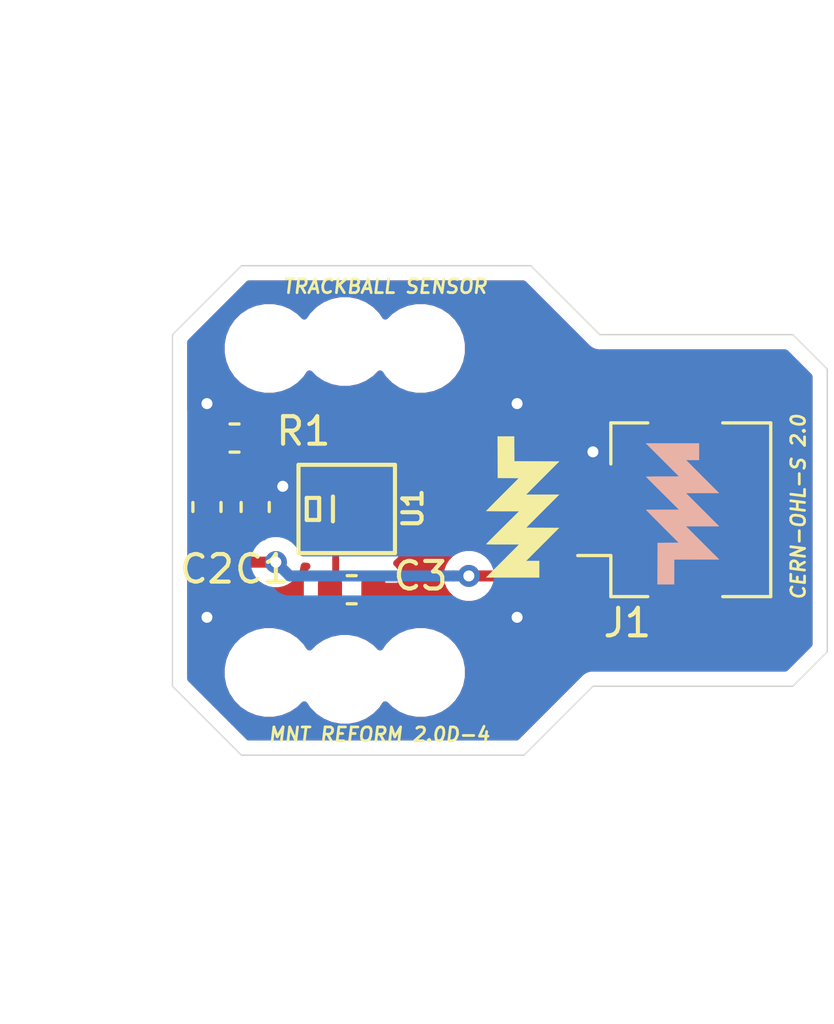
<source format=kicad_pcb>
(kicad_pcb (version 20171130) (host pcbnew 5.1.5+dfsg1-2+b1)

  (general
    (thickness 1)
    (drawings 17)
    (tracks 49)
    (zones 0)
    (modules 14)
    (nets 10)
  )

  (page A4)
  (layers
    (0 F.Cu signal)
    (31 B.Cu signal)
    (32 B.Adhes user)
    (33 F.Adhes user)
    (34 B.Paste user)
    (35 F.Paste user)
    (36 B.SilkS user)
    (37 F.SilkS user)
    (38 B.Mask user)
    (39 F.Mask user)
    (40 Dwgs.User user)
    (41 Cmts.User user)
    (42 Eco1.User user)
    (43 Eco2.User user)
    (44 Edge.Cuts user)
    (45 Margin user)
    (46 B.CrtYd user)
    (47 F.CrtYd user)
    (48 B.Fab user hide)
    (49 F.Fab user hide)
  )

  (setup
    (last_trace_width 0.25)
    (trace_clearance 0.2)
    (zone_clearance 0.508)
    (zone_45_only no)
    (trace_min 0.2)
    (via_size 0.8)
    (via_drill 0.4)
    (via_min_size 0.4)
    (via_min_drill 0.3)
    (uvia_size 0.3)
    (uvia_drill 0.1)
    (uvias_allowed no)
    (uvia_min_size 0.2)
    (uvia_min_drill 0.1)
    (edge_width 0.05)
    (segment_width 0.2)
    (pcb_text_width 0.3)
    (pcb_text_size 1.5 1.5)
    (mod_edge_width 0.12)
    (mod_text_size 1 1)
    (mod_text_width 0.15)
    (pad_size 1.524 1.524)
    (pad_drill 0.762)
    (pad_to_mask_clearance 0.051)
    (solder_mask_min_width 0.25)
    (aux_axis_origin 0 0)
    (visible_elements FFFFFF7F)
    (pcbplotparams
      (layerselection 0x010fc_ffffffff)
      (usegerberextensions false)
      (usegerberattributes true)
      (usegerberadvancedattributes false)
      (creategerberjobfile false)
      (excludeedgelayer true)
      (linewidth 0.100000)
      (plotframeref false)
      (viasonmask false)
      (mode 1)
      (useauxorigin false)
      (hpglpennumber 1)
      (hpglpenspeed 20)
      (hpglpendiameter 15.000000)
      (psnegative false)
      (psa4output false)
      (plotreference true)
      (plotvalue false)
      (plotinvisibletext false)
      (padsonsilk false)
      (subtractmaskfromsilk false)
      (outputformat 1)
      (mirror false)
      (drillshape 0)
      (scaleselection 1)
      (outputdirectory "reform2-trackball-sensor-d3/"))
  )

  (net 0 "")
  (net 1 GND)
  (net 2 +3V3)
  (net 3 "Net-(C3-Pad1)")
  (net 4 /MOTION)
  (net 5 /SDA)
  (net 6 /SCL)
  (net 7 "Net-(R1-Pad2)")
  (net 8 "Net-(U1-Pad9)")
  (net 9 "Net-(J1-Pad2)")

  (net_class Default "This is the default net class."
    (clearance 0.2)
    (trace_width 0.25)
    (via_dia 0.8)
    (via_drill 0.4)
    (uvia_dia 0.3)
    (uvia_drill 0.1)
    (add_net /MOTION)
    (add_net /SCL)
    (add_net /SDA)
    (add_net "Net-(C3-Pad1)")
    (add_net "Net-(J1-Pad2)")
    (add_net "Net-(R1-Pad2)")
    (add_net "Net-(U1-Pad9)")
  )

  (net_class PWR ""
    (clearance 0.2)
    (trace_width 0.4)
    (via_dia 0.8)
    (via_drill 0.4)
    (uvia_dia 0.3)
    (uvia_drill 0.1)
    (add_net +3V3)
    (add_net GND)
  )

  (module Connector_FFC-FPC:Hirose_FH12-6S-0.5SH_1x06-1MP_P0.50mm_Horizontal (layer F.Cu) (tedit 5AEE0F8A) (tstamp 5E56AAB1)
    (at 160.7 81.6 90)
    (descr "Molex FH12, FFC/FPC connector, FH12-6S-0.5SH, 6 Pins per row (https://www.hirose.com/product/en/products/FH12/FH12-24S-0.5SH(55)/), generated with kicad-footprint-generator")
    (tags "connector Hirose  top entry")
    (path /5D1E2C79)
    (attr smd)
    (fp_text reference J1 (at -4.1 -0.7 180) (layer F.SilkS)
      (effects (font (size 1 1) (thickness 0.15)))
    )
    (fp_text value Conn_01x06_Male (at 0 5.6 90) (layer F.Fab)
      (effects (font (size 1 1) (thickness 0.15)))
    )
    (fp_text user %R (at 0 3.7 90) (layer F.Fab)
      (effects (font (size 1 1) (thickness 0.15)))
    )
    (fp_line (start 4.55 -3) (end -4.55 -3) (layer F.CrtYd) (width 0.05))
    (fp_line (start 4.55 4.9) (end 4.55 -3) (layer F.CrtYd) (width 0.05))
    (fp_line (start -4.55 4.9) (end 4.55 4.9) (layer F.CrtYd) (width 0.05))
    (fp_line (start -4.55 -3) (end -4.55 4.9) (layer F.CrtYd) (width 0.05))
    (fp_line (start -1.25 -0.492893) (end -0.75 -1.2) (layer F.Fab) (width 0.1))
    (fp_line (start -1.75 -1.2) (end -1.25 -0.492893) (layer F.Fab) (width 0.1))
    (fp_line (start -1.66 -1.3) (end -1.66 -2.5) (layer F.SilkS) (width 0.12))
    (fp_line (start 3.15 4.5) (end 3.15 2.76) (layer F.SilkS) (width 0.12))
    (fp_line (start -3.15 4.5) (end 3.15 4.5) (layer F.SilkS) (width 0.12))
    (fp_line (start -3.15 2.76) (end -3.15 4.5) (layer F.SilkS) (width 0.12))
    (fp_line (start 3.15 -1.3) (end 3.15 0.04) (layer F.SilkS) (width 0.12))
    (fp_line (start 1.66 -1.3) (end 3.15 -1.3) (layer F.SilkS) (width 0.12))
    (fp_line (start -3.15 -1.3) (end -3.15 0.04) (layer F.SilkS) (width 0.12))
    (fp_line (start -1.66 -1.3) (end -3.15 -1.3) (layer F.SilkS) (width 0.12))
    (fp_line (start 2.95 4.4) (end 0 4.4) (layer F.Fab) (width 0.1))
    (fp_line (start 2.95 3.7) (end 2.95 4.4) (layer F.Fab) (width 0.1))
    (fp_line (start 2.45 3.7) (end 2.95 3.7) (layer F.Fab) (width 0.1))
    (fp_line (start 2.45 3.4) (end 2.45 3.7) (layer F.Fab) (width 0.1))
    (fp_line (start 3.05 3.4) (end 2.45 3.4) (layer F.Fab) (width 0.1))
    (fp_line (start 3.05 -1.2) (end 3.05 3.4) (layer F.Fab) (width 0.1))
    (fp_line (start 0 -1.2) (end 3.05 -1.2) (layer F.Fab) (width 0.1))
    (fp_line (start -2.95 4.4) (end 0 4.4) (layer F.Fab) (width 0.1))
    (fp_line (start -2.95 3.7) (end -2.95 4.4) (layer F.Fab) (width 0.1))
    (fp_line (start -2.45 3.7) (end -2.95 3.7) (layer F.Fab) (width 0.1))
    (fp_line (start -2.45 3.4) (end -2.45 3.7) (layer F.Fab) (width 0.1))
    (fp_line (start -3.05 3.4) (end -2.45 3.4) (layer F.Fab) (width 0.1))
    (fp_line (start -3.05 -1.2) (end -3.05 3.4) (layer F.Fab) (width 0.1))
    (fp_line (start 0 -1.2) (end -3.05 -1.2) (layer F.Fab) (width 0.1))
    (pad 6 smd rect (at 1.25 -1.85 90) (size 0.3 1.3) (layers F.Cu F.Paste F.Mask)
      (net 1 GND))
    (pad 5 smd rect (at 0.75 -1.85 90) (size 0.3 1.3) (layers F.Cu F.Paste F.Mask)
      (net 4 /MOTION))
    (pad 4 smd rect (at 0.25 -1.85 90) (size 0.3 1.3) (layers F.Cu F.Paste F.Mask)
      (net 5 /SDA))
    (pad 3 smd rect (at -0.25 -1.85 90) (size 0.3 1.3) (layers F.Cu F.Paste F.Mask)
      (net 6 /SCL))
    (pad 2 smd rect (at -0.75 -1.85 90) (size 0.3 1.3) (layers F.Cu F.Paste F.Mask)
      (net 9 "Net-(J1-Pad2)"))
    (pad 1 smd rect (at -1.25 -1.85 90) (size 0.3 1.3) (layers F.Cu F.Paste F.Mask)
      (net 2 +3V3))
    (pad MP smd rect (at -3.15 1.4 90) (size 1.8 2.2) (layers F.Cu F.Paste F.Mask))
    (pad MP smd rect (at 3.15 1.4 90) (size 1.8 2.2) (layers F.Cu F.Paste F.Mask))
    (model ${KISYS3DMOD}/Connector_FFC-FPC.3dshapes/Hirose_FH12-6S-0.5SH_1x06-1MP_P0.50mm_Horizontal.wrl
      (at (xyz 0 0 0))
      (scale (xyz 1 1 1))
      (rotate (xyz 0 0 0))
    )
  )

  (module footprints:mnt-minilogo (layer F.Cu) (tedit 0) (tstamp 5E55C783)
    (at 156.2 81.5 90)
    (path /5E56C47F)
    (fp_text reference H7 (at 0 0 90) (layer F.SilkS) hide
      (effects (font (size 1.524 1.524) (thickness 0.3)))
    )
    (fp_text value LOGO (at 0.75 0 90) (layer F.SilkS) hide
      (effects (font (size 1.524 1.524) (thickness 0.3)))
    )
    (fp_poly (pts (xy -1.9558 -0.7239) (xy -1.354667 -0.122811) (xy -1.354667 -0.721806) (xy -1.354561 -0.829796)
      (xy -1.354254 -0.929905) (xy -1.353758 -1.021054) (xy -1.353088 -1.102165) (xy -1.352258 -1.172162)
      (xy -1.35128 -1.229967) (xy -1.350169 -1.274502) (xy -1.348939 -1.30469) (xy -1.347603 -1.319454)
      (xy -1.347041 -1.3208) (xy -1.340135 -1.314917) (xy -1.322129 -1.297806) (xy -1.293837 -1.270277)
      (xy -1.256071 -1.233136) (xy -1.209644 -1.187193) (xy -1.155367 -1.133255) (xy -1.094054 -1.072132)
      (xy -1.026517 -1.00463) (xy -0.953568 -0.931558) (xy -0.87602 -0.853725) (xy -0.794685 -0.771938)
      (xy -0.745908 -0.722819) (xy -0.1524 -0.124838) (xy -0.1524 -0.722819) (xy -0.152312 -0.821758)
      (xy -0.152058 -0.915585) (xy -0.151652 -1.002952) (xy -0.151109 -1.08251) (xy -0.150444 -1.152909)
      (xy -0.149669 -1.212802) (xy -0.1488 -1.260839) (xy -0.147852 -1.295671) (xy -0.146838 -1.31595)
      (xy -0.146027 -1.3208) (xy -0.139274 -1.31494) (xy -0.121377 -1.297899) (xy -0.093153 -1.270483)
      (xy -0.055417 -1.2335) (xy -0.008984 -1.187757) (xy 0.045328 -1.134061) (xy 0.106706 -1.073219)
      (xy 0.174333 -1.006037) (xy 0.247393 -0.933323) (xy 0.325071 -0.855885) (xy 0.406551 -0.774528)
      (xy 0.45299 -0.728105) (xy 1.045634 -0.135411) (xy 1.049867 -0.518555) (xy 1.0541 -0.9017)
      (xy 1.805517 -0.903862) (xy 2.556934 -0.906025) (xy 2.556934 -0.304948) (xy 1.655234 -0.300566)
      (xy 1.653074 0.512168) (xy 1.650914 1.324903) (xy 1.049824 0.723857) (xy 0.448733 0.122812)
      (xy 0.448733 1.324989) (xy -0.152342 0.723958) (xy -0.753418 0.122926) (xy -0.755592 0.721872)
      (xy -0.757766 1.320817) (xy -1.356783 0.7218) (xy -1.9558 0.122782) (xy -1.9558 0.601133)
      (xy -2.556933 0.601133) (xy -2.556933 -1.324988) (xy -1.9558 -0.7239)) (layer F.SilkS) (width 0.01))
  )

  (module footprints:mnt-minilogo (layer B.Cu) (tedit 0) (tstamp 5E55B0D6)
    (at 162 81.75 270)
    (path /5E56C48B)
    (fp_text reference H8 (at 0 0 270) (layer B.SilkS) hide
      (effects (font (size 1.524 1.524) (thickness 0.3)) (justify mirror))
    )
    (fp_text value LOGO (at 0.75 0 270) (layer B.SilkS) hide
      (effects (font (size 1.524 1.524) (thickness 0.3)) (justify mirror))
    )
    (fp_poly (pts (xy -1.9558 0.7239) (xy -1.354667 0.122811) (xy -1.354667 0.721806) (xy -1.354561 0.829796)
      (xy -1.354254 0.929905) (xy -1.353758 1.021054) (xy -1.353088 1.102165) (xy -1.352258 1.172162)
      (xy -1.35128 1.229967) (xy -1.350169 1.274502) (xy -1.348939 1.30469) (xy -1.347603 1.319454)
      (xy -1.347041 1.3208) (xy -1.340135 1.314917) (xy -1.322129 1.297806) (xy -1.293837 1.270277)
      (xy -1.256071 1.233136) (xy -1.209644 1.187193) (xy -1.155367 1.133255) (xy -1.094054 1.072132)
      (xy -1.026517 1.00463) (xy -0.953568 0.931558) (xy -0.87602 0.853725) (xy -0.794685 0.771938)
      (xy -0.745908 0.722819) (xy -0.1524 0.124838) (xy -0.1524 0.722819) (xy -0.152312 0.821758)
      (xy -0.152058 0.915585) (xy -0.151652 1.002952) (xy -0.151109 1.08251) (xy -0.150444 1.152909)
      (xy -0.149669 1.212802) (xy -0.1488 1.260839) (xy -0.147852 1.295671) (xy -0.146838 1.31595)
      (xy -0.146027 1.3208) (xy -0.139274 1.31494) (xy -0.121377 1.297899) (xy -0.093153 1.270483)
      (xy -0.055417 1.2335) (xy -0.008984 1.187757) (xy 0.045328 1.134061) (xy 0.106706 1.073219)
      (xy 0.174333 1.006037) (xy 0.247393 0.933323) (xy 0.325071 0.855885) (xy 0.406551 0.774528)
      (xy 0.45299 0.728105) (xy 1.045634 0.135411) (xy 1.049867 0.518555) (xy 1.0541 0.9017)
      (xy 1.805517 0.903862) (xy 2.556934 0.906025) (xy 2.556934 0.304948) (xy 1.655234 0.300566)
      (xy 1.653074 -0.512168) (xy 1.650914 -1.324903) (xy 1.049824 -0.723857) (xy 0.448733 -0.122812)
      (xy 0.448733 -1.324989) (xy -0.152342 -0.723958) (xy -0.753418 -0.122926) (xy -0.755592 -0.721872)
      (xy -0.757766 -1.320817) (xy -1.356783 -0.7218) (xy -1.9558 -0.122782) (xy -1.9558 -0.601133)
      (xy -2.556933 -0.601133) (xy -2.556933 1.324988) (xy -1.9558 0.7239)) (layer B.SilkS) (width 0.01))
  )

  (module MountingHole:MountingHole_2.2mm_M2 (layer F.Cu) (tedit 56D1B4CB) (tstamp 5E4D4CC0)
    (at 147 87.5)
    (descr "Mounting Hole 2.2mm, no annular, M2")
    (tags "mounting hole 2.2mm no annular m2")
    (path /5E56B958)
    (attr virtual)
    (fp_text reference H4 (at 0 -3.2) (layer F.SilkS) hide
      (effects (font (size 1 1) (thickness 0.15)))
    )
    (fp_text value MountingHole (at 0 3.2) (layer F.Fab)
      (effects (font (size 1 1) (thickness 0.15)))
    )
    (fp_circle (center 0 0) (end 2.45 0) (layer F.CrtYd) (width 0.05))
    (fp_circle (center 0 0) (end 2.2 0) (layer Cmts.User) (width 0.15))
    (fp_text user %R (at 0.3 0) (layer F.Fab)
      (effects (font (size 1 1) (thickness 0.15)))
    )
    (pad 1 np_thru_hole circle (at 0 0) (size 2.2 2.2) (drill 2.2) (layers *.Cu *.Mask))
  )

  (module MountingHole:MountingHole_2.2mm_M2 (layer F.Cu) (tedit 56D1B4CB) (tstamp 5E4D4CB0)
    (at 152.5 87.5)
    (descr "Mounting Hole 2.2mm, no annular, M2")
    (tags "mounting hole 2.2mm no annular m2")
    (path /5E56C473)
    (attr virtual)
    (fp_text reference H6 (at 0 -3.2) (layer F.SilkS) hide
      (effects (font (size 1 1) (thickness 0.15)))
    )
    (fp_text value MountingHole (at 0 3.2) (layer F.Fab)
      (effects (font (size 1 1) (thickness 0.15)))
    )
    (fp_text user %R (at 0.3 0) (layer F.Fab)
      (effects (font (size 1 1) (thickness 0.15)))
    )
    (fp_circle (center 0 0) (end 2.2 0) (layer Cmts.User) (width 0.15))
    (fp_circle (center 0 0) (end 2.45 0) (layer F.CrtYd) (width 0.05))
    (pad 1 np_thru_hole circle (at 0 0) (size 2.2 2.2) (drill 2.2) (layers *.Cu *.Mask))
  )

  (module MountingHole:MountingHole_2.2mm_M2 (layer F.Cu) (tedit 56D1B4CB) (tstamp 5E4D4C7C)
    (at 147 75.75)
    (descr "Mounting Hole 2.2mm, no annular, M2")
    (tags "mounting hole 2.2mm no annular m2")
    (path /5D1F454C)
    (attr virtual)
    (fp_text reference H1 (at 0 -3.2) (layer F.SilkS) hide
      (effects (font (size 1 1) (thickness 0.15)))
    )
    (fp_text value MountingHole (at 0 3.2) (layer F.Fab)
      (effects (font (size 1 1) (thickness 0.15)))
    )
    (fp_circle (center 0 0) (end 2.45 0) (layer F.CrtYd) (width 0.05))
    (fp_circle (center 0 0) (end 2.2 0) (layer Cmts.User) (width 0.15))
    (fp_text user %R (at 0.3 0) (layer F.Fab)
      (effects (font (size 1 1) (thickness 0.15)))
    )
    (pad 1 np_thru_hole circle (at 0 0) (size 2.2 2.2) (drill 2.2) (layers *.Cu *.Mask))
  )

  (module MountingHole:MountingHole_2.2mm_M2 (layer F.Cu) (tedit 56D1B4CB) (tstamp 5E4D4C6E)
    (at 152.5 75.75)
    (descr "Mounting Hole 2.2mm, no annular, M2")
    (tags "mounting hole 2.2mm no annular m2")
    (path /5E56B94C)
    (attr virtual)
    (fp_text reference H3 (at 0 -3.2) (layer F.SilkS) hide
      (effects (font (size 1 1) (thickness 0.15)))
    )
    (fp_text value MountingHole (at 0 3.2) (layer F.Fab)
      (effects (font (size 1 1) (thickness 0.15)))
    )
    (fp_text user %R (at 0.3 0) (layer F.Fab)
      (effects (font (size 1 1) (thickness 0.15)))
    )
    (fp_circle (center 0 0) (end 2.2 0) (layer Cmts.User) (width 0.15))
    (fp_circle (center 0 0) (end 2.45 0) (layer F.CrtYd) (width 0.05))
    (pad 1 np_thru_hole circle (at 0 0) (size 2.2 2.2) (drill 2.2) (layers *.Cu *.Mask))
  )

  (module MountingHole:MountingHole_2.2mm_M2 (layer F.Cu) (tedit 56D1B4CB) (tstamp 5D1E7460)
    (at 149.75 87.75)
    (descr "Mounting Hole 2.2mm, no annular, M2")
    (tags "mounting hole 2.2mm no annular m2")
    (path /5E56C467)
    (attr virtual)
    (fp_text reference H5 (at 0 -3.2) (layer F.SilkS) hide
      (effects (font (size 1 1) (thickness 0.15)))
    )
    (fp_text value MountingHole (at 0 3.2) (layer F.Fab)
      (effects (font (size 1 1) (thickness 0.15)))
    )
    (fp_circle (center 0 0) (end 2.45 0) (layer F.CrtYd) (width 0.05))
    (fp_circle (center 0 0) (end 2.2 0) (layer Cmts.User) (width 0.15))
    (fp_text user %R (at 0.3 0) (layer F.Fab)
      (effects (font (size 1 1) (thickness 0.15)))
    )
    (pad 1 np_thru_hole circle (at 0 0) (size 2.2 2.2) (drill 2.2) (layers *.Cu *.Mask))
  )

  (module MountingHole:MountingHole_2.2mm_M2 (layer F.Cu) (tedit 56D1B4CB) (tstamp 5D1E7458)
    (at 149.75 75.5)
    (descr "Mounting Hole 2.2mm, no annular, M2")
    (tags "mounting hole 2.2mm no annular m2")
    (path /5D1F4742)
    (attr virtual)
    (fp_text reference H2 (at 0 -3.2) (layer F.SilkS) hide
      (effects (font (size 1 1) (thickness 0.15)))
    )
    (fp_text value MountingHole (at 0 3.2) (layer F.Fab)
      (effects (font (size 1 1) (thickness 0.15)))
    )
    (fp_circle (center 0 0) (end 2.45 0) (layer F.CrtYd) (width 0.05))
    (fp_circle (center 0 0) (end 2.2 0) (layer Cmts.User) (width 0.15))
    (fp_text user %R (at 0.3 0) (layer F.Fab)
      (effects (font (size 1 1) (thickness 0.15)))
    )
    (pad 1 np_thru_hole circle (at 0 0) (size 2.2 2.2) (drill 2.2) (layers *.Cu *.Mask))
  )

  (module pat9125el:PAT9125EL (layer F.Cu) (tedit 595117B6) (tstamp 5D1E61F4)
    (at 149.82 81.57)
    (path /5D1E2528)
    (attr smd)
    (fp_text reference U1 (at 2.398 -0.014 90) (layer F.SilkS)
      (effects (font (size 0.7 0.7) (thickness 0.15)))
    )
    (fp_text value PAT9125EL (at 0 -2.3) (layer F.Fab)
      (effects (font (size 0.7 0.7) (thickness 0.15)))
    )
    (fp_line (start -0.5 -0.45) (end -0.5 0.45) (layer F.SilkS) (width 0.15))
    (fp_line (start -1 -0.4) (end -1.45 -0.4) (layer F.SilkS) (width 0.15))
    (fp_line (start -1 0.4) (end -1 -0.4) (layer F.SilkS) (width 0.15))
    (fp_line (start -1.45 0.4) (end -1 0.4) (layer F.SilkS) (width 0.15))
    (fp_line (start -1.45 -0.4) (end -1.45 0.4) (layer F.SilkS) (width 0.15))
    (fp_line (start -1.75 1.6) (end -1.75 -1.6) (layer F.SilkS) (width 0.15))
    (fp_line (start 1.75 1.6) (end -1.75 1.6) (layer F.SilkS) (width 0.15))
    (fp_line (start 1.75 -1.6) (end 1.75 1.6) (layer F.SilkS) (width 0.15))
    (fp_line (start -1.75 -1.6) (end 1.75 -1.6) (layer F.SilkS) (width 0.15))
    (pad 1 smd rect (at -1.2 1.065) (size 0.5 0.75) (layers F.Cu F.Paste F.Mask)
      (net 2 +3V3))
    (pad 2 smd rect (at -0.4 1.065) (size 0.5 0.75) (layers F.Cu F.Paste F.Mask)
      (net 3 "Net-(C3-Pad1)"))
    (pad 3 smd rect (at 0.4 1.065) (size 0.5 0.75) (layers F.Cu F.Paste F.Mask)
      (net 2 +3V3))
    (pad 4 smd rect (at 1.2 1.065) (size 0.5 0.75) (layers F.Cu F.Paste F.Mask)
      (net 1 GND))
    (pad 5 smd rect (at 1.2 -1.065) (size 0.5 0.75) (layers F.Cu F.Paste F.Mask)
      (net 6 /SCL))
    (pad 6 smd rect (at 0.4 -1.065) (size 0.5 0.75) (layers F.Cu F.Paste F.Mask)
      (net 5 /SDA))
    (pad 7 smd rect (at -0.4 -1.065) (size 0.5 0.75) (layers F.Cu F.Paste F.Mask)
      (net 4 /MOTION))
    (pad 8 smd rect (at -1.2 -1.065) (size 0.5 0.75) (layers F.Cu F.Paste F.Mask)
      (net 7 "Net-(R1-Pad2)"))
    (pad 9 smd circle (at 1.15 0) (size 0.69 0.69) (layers F.Cu F.Paste F.Mask)
      (net 8 "Net-(U1-Pad9)"))
    (model ${KIPRJMOD}/3d-models/PAT9125Package.STEP
      (at (xyz 0 0 0))
      (scale (xyz 1 1 1))
      (rotate (xyz 0 0 0))
    )
  )

  (module Resistor_SMD:R_0603_1608Metric (layer F.Cu) (tedit 5B301BBD) (tstamp 5D1E64E7)
    (at 145.75 79)
    (descr "Resistor SMD 0603 (1608 Metric), square (rectangular) end terminal, IPC_7351 nominal, (Body size source: http://www.tortai-tech.com/upload/download/2011102023233369053.pdf), generated with kicad-footprint-generator")
    (tags resistor)
    (path /5D1E6137)
    (attr smd)
    (fp_text reference R1 (at 2.5 -0.25) (layer F.SilkS)
      (effects (font (size 1 1) (thickness 0.15)))
    )
    (fp_text value 0 (at 0 1.43) (layer F.Fab)
      (effects (font (size 1 1) (thickness 0.15)))
    )
    (fp_text user %R (at 0 0) (layer F.Fab)
      (effects (font (size 0.4 0.4) (thickness 0.06)))
    )
    (fp_line (start 1.48 0.73) (end -1.48 0.73) (layer F.CrtYd) (width 0.05))
    (fp_line (start 1.48 -0.73) (end 1.48 0.73) (layer F.CrtYd) (width 0.05))
    (fp_line (start -1.48 -0.73) (end 1.48 -0.73) (layer F.CrtYd) (width 0.05))
    (fp_line (start -1.48 0.73) (end -1.48 -0.73) (layer F.CrtYd) (width 0.05))
    (fp_line (start -0.162779 0.51) (end 0.162779 0.51) (layer F.SilkS) (width 0.12))
    (fp_line (start -0.162779 -0.51) (end 0.162779 -0.51) (layer F.SilkS) (width 0.12))
    (fp_line (start 0.8 0.4) (end -0.8 0.4) (layer F.Fab) (width 0.1))
    (fp_line (start 0.8 -0.4) (end 0.8 0.4) (layer F.Fab) (width 0.1))
    (fp_line (start -0.8 -0.4) (end 0.8 -0.4) (layer F.Fab) (width 0.1))
    (fp_line (start -0.8 0.4) (end -0.8 -0.4) (layer F.Fab) (width 0.1))
    (pad 2 smd roundrect (at 0.7875 0) (size 0.875 0.95) (layers F.Cu F.Paste F.Mask) (roundrect_rratio 0.25)
      (net 7 "Net-(R1-Pad2)"))
    (pad 1 smd roundrect (at -0.7875 0) (size 0.875 0.95) (layers F.Cu F.Paste F.Mask) (roundrect_rratio 0.25)
      (net 1 GND))
    (model ${KISYS3DMOD}/Resistor_SMD.3dshapes/R_0603_1608Metric.wrl
      (at (xyz 0 0 0))
      (scale (xyz 1 1 1))
      (rotate (xyz 0 0 0))
    )
  )

  (module Capacitor_SMD:C_0603_1608Metric (layer F.Cu) (tedit 5B301BBE) (tstamp 5D1E6173)
    (at 150 84.5)
    (descr "Capacitor SMD 0603 (1608 Metric), square (rectangular) end terminal, IPC_7351 nominal, (Body size source: http://www.tortai-tech.com/upload/download/2011102023233369053.pdf), generated with kicad-footprint-generator")
    (tags capacitor)
    (path /5D1E5B12)
    (attr smd)
    (fp_text reference C3 (at 2.5 -0.5 180) (layer F.SilkS)
      (effects (font (size 1 1) (thickness 0.15)))
    )
    (fp_text value 10uF (at 0 1.43) (layer F.Fab)
      (effects (font (size 1 1) (thickness 0.15)))
    )
    (fp_text user %R (at 0 0) (layer F.Fab)
      (effects (font (size 0.4 0.4) (thickness 0.06)))
    )
    (fp_line (start 1.48 0.73) (end -1.48 0.73) (layer F.CrtYd) (width 0.05))
    (fp_line (start 1.48 -0.73) (end 1.48 0.73) (layer F.CrtYd) (width 0.05))
    (fp_line (start -1.48 -0.73) (end 1.48 -0.73) (layer F.CrtYd) (width 0.05))
    (fp_line (start -1.48 0.73) (end -1.48 -0.73) (layer F.CrtYd) (width 0.05))
    (fp_line (start -0.162779 0.51) (end 0.162779 0.51) (layer F.SilkS) (width 0.12))
    (fp_line (start -0.162779 -0.51) (end 0.162779 -0.51) (layer F.SilkS) (width 0.12))
    (fp_line (start 0.8 0.4) (end -0.8 0.4) (layer F.Fab) (width 0.1))
    (fp_line (start 0.8 -0.4) (end 0.8 0.4) (layer F.Fab) (width 0.1))
    (fp_line (start -0.8 -0.4) (end 0.8 -0.4) (layer F.Fab) (width 0.1))
    (fp_line (start -0.8 0.4) (end -0.8 -0.4) (layer F.Fab) (width 0.1))
    (pad 2 smd roundrect (at 0.7875 0) (size 0.875 0.95) (layers F.Cu F.Paste F.Mask) (roundrect_rratio 0.25)
      (net 1 GND))
    (pad 1 smd roundrect (at -0.7875 0) (size 0.875 0.95) (layers F.Cu F.Paste F.Mask) (roundrect_rratio 0.25)
      (net 3 "Net-(C3-Pad1)"))
    (model ${KISYS3DMOD}/Capacitor_SMD.3dshapes/C_0603_1608Metric.wrl
      (at (xyz 0 0 0))
      (scale (xyz 1 1 1))
      (rotate (xyz 0 0 0))
    )
  )

  (module Capacitor_SMD:C_0603_1608Metric (layer F.Cu) (tedit 5B301BBE) (tstamp 5D1E6162)
    (at 144.75 81.5 90)
    (descr "Capacitor SMD 0603 (1608 Metric), square (rectangular) end terminal, IPC_7351 nominal, (Body size source: http://www.tortai-tech.com/upload/download/2011102023233369053.pdf), generated with kicad-footprint-generator")
    (tags capacitor)
    (path /5D1E57A3)
    (attr smd)
    (fp_text reference C2 (at -2.25 0 180) (layer F.SilkS)
      (effects (font (size 1 1) (thickness 0.15)))
    )
    (fp_text value 0.1uF (at 0 1.43 90) (layer F.Fab)
      (effects (font (size 1 1) (thickness 0.15)))
    )
    (fp_text user %R (at 0 0 90) (layer F.Fab)
      (effects (font (size 0.4 0.4) (thickness 0.06)))
    )
    (fp_line (start 1.48 0.73) (end -1.48 0.73) (layer F.CrtYd) (width 0.05))
    (fp_line (start 1.48 -0.73) (end 1.48 0.73) (layer F.CrtYd) (width 0.05))
    (fp_line (start -1.48 -0.73) (end 1.48 -0.73) (layer F.CrtYd) (width 0.05))
    (fp_line (start -1.48 0.73) (end -1.48 -0.73) (layer F.CrtYd) (width 0.05))
    (fp_line (start -0.162779 0.51) (end 0.162779 0.51) (layer F.SilkS) (width 0.12))
    (fp_line (start -0.162779 -0.51) (end 0.162779 -0.51) (layer F.SilkS) (width 0.12))
    (fp_line (start 0.8 0.4) (end -0.8 0.4) (layer F.Fab) (width 0.1))
    (fp_line (start 0.8 -0.4) (end 0.8 0.4) (layer F.Fab) (width 0.1))
    (fp_line (start -0.8 -0.4) (end 0.8 -0.4) (layer F.Fab) (width 0.1))
    (fp_line (start -0.8 0.4) (end -0.8 -0.4) (layer F.Fab) (width 0.1))
    (pad 2 smd roundrect (at 0.7875 0 90) (size 0.875 0.95) (layers F.Cu F.Paste F.Mask) (roundrect_rratio 0.25)
      (net 1 GND))
    (pad 1 smd roundrect (at -0.7875 0 90) (size 0.875 0.95) (layers F.Cu F.Paste F.Mask) (roundrect_rratio 0.25)
      (net 2 +3V3))
    (model ${KISYS3DMOD}/Capacitor_SMD.3dshapes/C_0603_1608Metric.wrl
      (at (xyz 0 0 0))
      (scale (xyz 1 1 1))
      (rotate (xyz 0 0 0))
    )
  )

  (module Capacitor_SMD:C_0603_1608Metric (layer F.Cu) (tedit 5B301BBE) (tstamp 5D1E6151)
    (at 146.5 81.5 90)
    (descr "Capacitor SMD 0603 (1608 Metric), square (rectangular) end terminal, IPC_7351 nominal, (Body size source: http://www.tortai-tech.com/upload/download/2011102023233369053.pdf), generated with kicad-footprint-generator")
    (tags capacitor)
    (path /5D1E475B)
    (attr smd)
    (fp_text reference C1 (at -2.25 0.25) (layer F.SilkS)
      (effects (font (size 1 1) (thickness 0.15)))
    )
    (fp_text value 1uF (at 0 1.43 90) (layer F.Fab)
      (effects (font (size 1 1) (thickness 0.15)))
    )
    (fp_text user %R (at 0 0 90) (layer F.Fab)
      (effects (font (size 0.4 0.4) (thickness 0.06)))
    )
    (fp_line (start 1.48 0.73) (end -1.48 0.73) (layer F.CrtYd) (width 0.05))
    (fp_line (start 1.48 -0.73) (end 1.48 0.73) (layer F.CrtYd) (width 0.05))
    (fp_line (start -1.48 -0.73) (end 1.48 -0.73) (layer F.CrtYd) (width 0.05))
    (fp_line (start -1.48 0.73) (end -1.48 -0.73) (layer F.CrtYd) (width 0.05))
    (fp_line (start -0.162779 0.51) (end 0.162779 0.51) (layer F.SilkS) (width 0.12))
    (fp_line (start -0.162779 -0.51) (end 0.162779 -0.51) (layer F.SilkS) (width 0.12))
    (fp_line (start 0.8 0.4) (end -0.8 0.4) (layer F.Fab) (width 0.1))
    (fp_line (start 0.8 -0.4) (end 0.8 0.4) (layer F.Fab) (width 0.1))
    (fp_line (start -0.8 -0.4) (end 0.8 -0.4) (layer F.Fab) (width 0.1))
    (fp_line (start -0.8 0.4) (end -0.8 -0.4) (layer F.Fab) (width 0.1))
    (pad 2 smd roundrect (at 0.7875 0 90) (size 0.875 0.95) (layers F.Cu F.Paste F.Mask) (roundrect_rratio 0.25)
      (net 1 GND))
    (pad 1 smd roundrect (at -0.7875 0 90) (size 0.875 0.95) (layers F.Cu F.Paste F.Mask) (roundrect_rratio 0.25)
      (net 2 +3V3))
    (model ${KISYS3DMOD}/Capacitor_SMD.3dshapes/C_0603_1608Metric.wrl
      (at (xyz 0 0 0))
      (scale (xyz 1 1 1))
      (rotate (xyz 0 0 0))
    )
  )

  (gr_text "CERN-OHL-S 2.0" (at 166.2 81.5 90) (layer F.SilkS) (tstamp 5E923F1F)
    (effects (font (size 0.5 0.5) (thickness 0.1) italic))
  )
  (gr_line (start 156.25 90.5) (end 158.75 88) (layer Edge.Cuts) (width 0.05) (tstamp 5E56AC0D))
  (gr_line (start 156.5 72.75) (end 159 75.25) (layer Edge.Cuts) (width 0.05) (tstamp 5E56ABEF))
  (gr_circle (center 149.7 87.8) (end 158.75 96.25) (layer Dwgs.User) (width 0.15))
  (gr_circle (center 149.75 75.5) (end 160.5 81.5) (layer Dwgs.User) (width 0.15))
  (gr_text "MNT REFORM 2.0D-4" (at 151 89.75) (layer F.SilkS)
    (effects (font (size 0.5 0.5) (thickness 0.1) italic))
  )
  (gr_line (start 158.75 88) (end 166 88) (layer Edge.Cuts) (width 0.05) (tstamp 5E4D4E8A))
  (gr_line (start 166 88) (end 167.25 86.75) (layer Edge.Cuts) (width 0.05) (tstamp 5E4D4E78))
  (gr_line (start 166 75.25) (end 167.25 76.5) (layer Edge.Cuts) (width 0.05) (tstamp 5E4D4E6A))
  (gr_line (start 159 75.25) (end 166 75.25) (layer Edge.Cuts) (width 0.05))
  (gr_line (start 143.5 88) (end 146 90.5) (layer Edge.Cuts) (width 0.05) (tstamp 5E4D4CFB))
  (gr_line (start 146 72.75) (end 143.5 75.25) (layer Edge.Cuts) (width 0.05))
  (gr_line (start 167.25 76.5) (end 167.25 86.75) (layer Edge.Cuts) (width 0.05))
  (gr_text "TRACKBALL SENSOR " (at 151.4 73.5) (layer F.SilkS)
    (effects (font (size 0.5 0.5) (thickness 0.1) italic))
  )
  (gr_line (start 156.25 90.5) (end 146 90.5) (layer Edge.Cuts) (width 0.05) (tstamp 5D1E75BC))
  (gr_line (start 146 72.75) (end 156.5 72.75) (layer Edge.Cuts) (width 0.05))
  (gr_line (start 143.5 88) (end 143.5 75.25) (layer Edge.Cuts) (width 0.05))

  (segment (start 144.75 80.7125) (end 146.5 80.7125) (width 0.4) (layer F.Cu) (net 1))
  (segment (start 146.5 80.7125) (end 147.4625 80.7125) (width 0.4) (layer F.Cu) (net 1))
  (via (at 147.5 80.75) (size 0.8) (drill 0.4) (layers F.Cu B.Cu) (net 1))
  (segment (start 147.4625 80.7125) (end 147.5 80.75) (width 0.4) (layer F.Cu) (net 1))
  (segment (start 144.75 79.2125) (end 144.9625 79) (width 0.4) (layer F.Cu) (net 1))
  (segment (start 144.75 80.7125) (end 144.75 79.2125) (width 0.4) (layer F.Cu) (net 1))
  (via (at 158.75 79.5) (size 0.8) (drill 0.4) (layers F.Cu B.Cu) (net 1))
  (segment (start 158.85 79.6) (end 158.75 79.5) (width 0.3) (layer F.Cu) (net 1))
  (segment (start 158.85 80.35) (end 158.85 79.6) (width 0.3) (layer F.Cu) (net 1))
  (via (at 156 77.75) (size 0.8) (drill 0.4) (layers F.Cu B.Cu) (net 1) (tstamp 5E56AD01))
  (via (at 156 85.5) (size 0.8) (drill 0.4) (layers F.Cu B.Cu) (net 1) (tstamp 5E56AD03))
  (via (at 144.75 85.5) (size 0.8) (drill 0.4) (layers F.Cu B.Cu) (net 1) (tstamp 5E56AD08))
  (via (at 144.75 77.75) (size 0.8) (drill 0.4) (layers F.Cu B.Cu) (net 1) (tstamp 5E56AD0A))
  (segment (start 150.22 81.86) (end 150.22 82.635) (width 0.4) (layer F.Cu) (net 2))
  (segment (start 150.169999 81.809999) (end 150.22 81.86) (width 0.4) (layer F.Cu) (net 2))
  (segment (start 148.670001 81.809999) (end 150.169999 81.809999) (width 0.4) (layer F.Cu) (net 2))
  (segment (start 148.62 81.86) (end 148.670001 81.809999) (width 0.4) (layer F.Cu) (net 2))
  (segment (start 148.62 82.635) (end 148.62 81.86) (width 0.4) (layer F.Cu) (net 2))
  (segment (start 146.5 82.2875) (end 148.2725 82.2875) (width 0.4) (layer F.Cu) (net 2))
  (segment (start 148.2725 82.2875) (end 148.62 82.635) (width 0.4) (layer F.Cu) (net 2))
  (via (at 147.25 83.5) (size 0.8) (drill 0.4) (layers F.Cu B.Cu) (net 2))
  (segment (start 147.25 83.5) (end 147.75 84) (width 0.4) (layer B.Cu) (net 2))
  (segment (start 153.684311 84) (end 154.249996 84) (width 0.4) (layer B.Cu) (net 2))
  (segment (start 154.349996 84.1) (end 154.249996 84) (width 0.4) (layer F.Cu) (net 2))
  (segment (start 147.75 84) (end 153.684311 84) (width 0.4) (layer B.Cu) (net 2))
  (via (at 154.249996 84) (size 0.8) (drill 0.4) (layers F.Cu B.Cu) (net 2))
  (segment (start 147.25 83.5) (end 145.9625 83.5) (width 0.4) (layer F.Cu) (net 2))
  (segment (start 145.9625 83.5) (end 144.75 82.2875) (width 0.4) (layer F.Cu) (net 2))
  (segment (start 146.5 82.2875) (end 144.75 82.2875) (width 0.4) (layer F.Cu) (net 2))
  (segment (start 154.249996 84) (end 157.7 84) (width 0.4) (layer F.Cu) (net 2))
  (segment (start 157.7 84) (end 158.799999 82.900001) (width 0.4) (layer F.Cu) (net 2))
  (segment (start 149.42 84.2925) (end 149.42 82.635) (width 0.25) (layer F.Cu) (net 3))
  (segment (start 149.2125 84.5) (end 149.42 84.2925) (width 0.25) (layer F.Cu) (net 3))
  (segment (start 149.42 79.88) (end 149.42 80.505) (width 0.25) (layer F.Cu) (net 4))
  (segment (start 149.945011 79.354989) (end 149.42 79.88) (width 0.25) (layer F.Cu) (net 4))
  (segment (start 152.410695 79.354989) (end 149.945011 79.354989) (width 0.25) (layer F.Cu) (net 4))
  (segment (start 158.85 80.85) (end 153.905706 80.85) (width 0.25) (layer F.Cu) (net 4))
  (segment (start 153.905706 80.85) (end 152.410695 79.354989) (width 0.25) (layer F.Cu) (net 4))
  (segment (start 152.224296 79.805) (end 150.295 79.805) (width 0.25) (layer F.Cu) (net 5))
  (segment (start 150.295 79.805) (end 150.22 79.88) (width 0.25) (layer F.Cu) (net 5))
  (segment (start 158.85 81.35) (end 153.769296 81.35) (width 0.25) (layer F.Cu) (net 5))
  (segment (start 150.22 79.88) (end 150.22 80.505) (width 0.25) (layer F.Cu) (net 5))
  (segment (start 153.769296 81.35) (end 152.224296 79.805) (width 0.25) (layer F.Cu) (net 5))
  (segment (start 152.287886 80.505) (end 151.02 80.505) (width 0.25) (layer F.Cu) (net 6))
  (segment (start 158.85 81.85) (end 153.632886 81.85) (width 0.25) (layer F.Cu) (net 6))
  (segment (start 153.632886 81.85) (end 152.287886 80.505) (width 0.25) (layer F.Cu) (net 6))
  (segment (start 148.62 79.62) (end 148.62 80.505) (width 0.25) (layer F.Cu) (net 7))
  (segment (start 146.5375 79) (end 148 79) (width 0.25) (layer F.Cu) (net 7))
  (segment (start 148 79) (end 148.62 79.62) (width 0.25) (layer F.Cu) (net 7))

  (zone (net 1) (net_name GND) (layer F.Cu) (tstamp 5E56ADD6) (hatch edge 0.508)
    (connect_pads (clearance 0.508))
    (min_thickness 0.254)
    (fill yes (arc_segments 32) (thermal_gap 0.508) (thermal_bridge_width 0.508))
    (polygon
      (pts
        (xy 143.5 72) (xy 167.5 72) (xy 167.5 92) (xy 143.5 92)
      )
    )
    (filled_polygon
      (pts
        (xy 158.510388 75.693769) (xy 158.531052 75.718948) (xy 158.63155 75.801425) (xy 158.746207 75.86271) (xy 158.870617 75.90045)
        (xy 158.967581 75.91) (xy 158.967591 75.91) (xy 159 75.913192) (xy 159.032409 75.91) (xy 165.72662 75.91)
        (xy 166.59 76.773381) (xy 166.590001 86.476618) (xy 165.72662 87.34) (xy 158.782409 87.34) (xy 158.75 87.336808)
        (xy 158.717591 87.34) (xy 158.717581 87.34) (xy 158.620617 87.34955) (xy 158.496207 87.38729) (xy 158.38155 87.448575)
        (xy 158.281052 87.531052) (xy 158.260388 87.556231) (xy 155.97662 89.84) (xy 146.273381 89.84) (xy 144.16 87.72662)
        (xy 144.16 87.329117) (xy 145.265 87.329117) (xy 145.265 87.670883) (xy 145.331675 88.006081) (xy 145.462463 88.321831)
        (xy 145.652337 88.605998) (xy 145.894002 88.847663) (xy 146.178169 89.037537) (xy 146.493919 89.168325) (xy 146.829117 89.235)
        (xy 147.170883 89.235) (xy 147.506081 89.168325) (xy 147.821831 89.037537) (xy 148.105998 88.847663) (xy 148.280302 88.673359)
        (xy 148.402337 88.855998) (xy 148.644002 89.097663) (xy 148.928169 89.287537) (xy 149.243919 89.418325) (xy 149.579117 89.485)
        (xy 149.920883 89.485) (xy 150.256081 89.418325) (xy 150.571831 89.287537) (xy 150.855998 89.097663) (xy 151.097663 88.855998)
        (xy 151.219698 88.673359) (xy 151.394002 88.847663) (xy 151.678169 89.037537) (xy 151.993919 89.168325) (xy 152.329117 89.235)
        (xy 152.670883 89.235) (xy 153.006081 89.168325) (xy 153.321831 89.037537) (xy 153.605998 88.847663) (xy 153.847663 88.605998)
        (xy 154.037537 88.321831) (xy 154.168325 88.006081) (xy 154.235 87.670883) (xy 154.235 87.329117) (xy 154.168325 86.993919)
        (xy 154.037537 86.678169) (xy 153.847663 86.394002) (xy 153.605998 86.152337) (xy 153.321831 85.962463) (xy 153.006081 85.831675)
        (xy 152.670883 85.765) (xy 152.329117 85.765) (xy 151.993919 85.831675) (xy 151.678169 85.962463) (xy 151.394002 86.152337)
        (xy 151.152337 86.394002) (xy 151.030302 86.576641) (xy 150.855998 86.402337) (xy 150.571831 86.212463) (xy 150.256081 86.081675)
        (xy 149.920883 86.015) (xy 149.579117 86.015) (xy 149.243919 86.081675) (xy 148.928169 86.212463) (xy 148.644002 86.402337)
        (xy 148.469698 86.576641) (xy 148.347663 86.394002) (xy 148.105998 86.152337) (xy 147.821831 85.962463) (xy 147.506081 85.831675)
        (xy 147.170883 85.765) (xy 146.829117 85.765) (xy 146.493919 85.831675) (xy 146.178169 85.962463) (xy 145.894002 86.152337)
        (xy 145.652337 86.394002) (xy 145.462463 86.678169) (xy 145.331675 86.993919) (xy 145.265 87.329117) (xy 144.16 87.329117)
        (xy 144.16 83.294719) (xy 144.165858 83.29785) (xy 144.326592 83.346608) (xy 144.49375 83.363072) (xy 144.644704 83.363072)
        (xy 145.343063 84.061432) (xy 145.369209 84.093291) (xy 145.401068 84.119437) (xy 145.40107 84.119439) (xy 145.496354 84.197636)
        (xy 145.641413 84.275172) (xy 145.798811 84.322918) (xy 145.9625 84.33904) (xy 146.003518 84.335) (xy 146.636715 84.335)
        (xy 146.759744 84.417205) (xy 146.948102 84.495226) (xy 147.148061 84.535) (xy 147.351939 84.535) (xy 147.551898 84.495226)
        (xy 147.740256 84.417205) (xy 147.909774 84.303937) (xy 148.053937 84.159774) (xy 148.167205 83.990256) (xy 148.245226 83.801898)
        (xy 148.277633 83.638975) (xy 148.37 83.648072) (xy 148.379525 83.648072) (xy 148.281329 83.767725) (xy 148.20215 83.915858)
        (xy 148.153392 84.076592) (xy 148.136928 84.24375) (xy 148.136928 84.75625) (xy 148.153392 84.923408) (xy 148.20215 85.084142)
        (xy 148.281329 85.232275) (xy 148.387885 85.362115) (xy 148.517725 85.468671) (xy 148.665858 85.54785) (xy 148.826592 85.596608)
        (xy 148.99375 85.613072) (xy 149.43125 85.613072) (xy 149.598408 85.596608) (xy 149.759142 85.54785) (xy 149.907275 85.468671)
        (xy 149.92893 85.4509) (xy 149.995506 85.505537) (xy 150.10582 85.564502) (xy 150.225518 85.600812) (xy 150.35 85.613072)
        (xy 150.50175 85.61) (xy 150.6605 85.45125) (xy 150.6605 84.627) (xy 150.9145 84.627) (xy 150.9145 85.45125)
        (xy 151.07325 85.61) (xy 151.225 85.613072) (xy 151.349482 85.600812) (xy 151.46918 85.564502) (xy 151.579494 85.505537)
        (xy 151.676185 85.426185) (xy 151.755537 85.329494) (xy 151.814502 85.21918) (xy 151.850812 85.099482) (xy 151.863072 84.975)
        (xy 151.86 84.78575) (xy 151.70125 84.627) (xy 150.9145 84.627) (xy 150.6605 84.627) (xy 150.6405 84.627)
        (xy 150.6405 84.373) (xy 150.6605 84.373) (xy 150.6605 84.353) (xy 150.9145 84.353) (xy 150.9145 84.373)
        (xy 151.70125 84.373) (xy 151.86 84.21425) (xy 151.863072 84.025) (xy 151.850812 83.900518) (xy 151.814502 83.78082)
        (xy 151.755537 83.670506) (xy 151.676185 83.573815) (xy 151.630046 83.53595) (xy 151.63656 83.532274) (xy 151.731407 83.450726)
        (xy 151.808522 83.352242) (xy 151.864943 83.240605) (xy 151.8985 83.120107) (xy 151.907904 82.995377) (xy 151.905 82.92075)
        (xy 151.74625 82.762) (xy 151.143 82.762) (xy 151.143 82.782) (xy 151.108072 82.782) (xy 151.108072 82.541735)
        (xy 151.255856 82.512339) (xy 151.266331 82.508) (xy 151.74625 82.508) (xy 151.905 82.34925) (xy 151.907904 82.274623)
        (xy 151.8985 82.149893) (xy 151.864943 82.029395) (xy 151.851486 82.002768) (xy 151.912339 81.855856) (xy 151.95 81.666522)
        (xy 151.95 81.473478) (xy 151.912339 81.284144) (xy 151.904409 81.265) (xy 151.973085 81.265) (xy 153.069087 82.361003)
        (xy 153.092885 82.390001) (xy 153.20861 82.484974) (xy 153.340639 82.555546) (xy 153.4839 82.599003) (xy 153.595553 82.61)
        (xy 153.595562 82.61) (xy 153.632885 82.613676) (xy 153.670208 82.61) (xy 157.570792 82.61) (xy 157.561928 82.7)
        (xy 157.561928 82.957205) (xy 157.354133 83.165) (xy 154.863281 83.165) (xy 154.740252 83.082795) (xy 154.551894 83.004774)
        (xy 154.351935 82.965) (xy 154.148057 82.965) (xy 153.948098 83.004774) (xy 153.75974 83.082795) (xy 153.590222 83.196063)
        (xy 153.446059 83.340226) (xy 153.332791 83.509744) (xy 153.25477 83.698102) (xy 153.214996 83.898061) (xy 153.214996 84.101939)
        (xy 153.25477 84.301898) (xy 153.332791 84.490256) (xy 153.446059 84.659774) (xy 153.590222 84.803937) (xy 153.75974 84.917205)
        (xy 153.948098 84.995226) (xy 154.148057 85.035) (xy 154.351935 85.035) (xy 154.551894 84.995226) (xy 154.740252 84.917205)
        (xy 154.863281 84.835) (xy 157.658982 84.835) (xy 157.7 84.83904) (xy 157.741018 84.835) (xy 157.741019 84.835)
        (xy 157.863689 84.822918) (xy 158.021087 84.775172) (xy 158.166146 84.697636) (xy 158.293291 84.593291) (xy 158.319446 84.561421)
        (xy 159.030867 83.85) (xy 160.361928 83.85) (xy 160.361928 85.65) (xy 160.374188 85.774482) (xy 160.410498 85.89418)
        (xy 160.469463 86.004494) (xy 160.548815 86.101185) (xy 160.645506 86.180537) (xy 160.75582 86.239502) (xy 160.875518 86.275812)
        (xy 161 86.288072) (xy 163.2 86.288072) (xy 163.324482 86.275812) (xy 163.44418 86.239502) (xy 163.554494 86.180537)
        (xy 163.651185 86.101185) (xy 163.730537 86.004494) (xy 163.789502 85.89418) (xy 163.825812 85.774482) (xy 163.838072 85.65)
        (xy 163.838072 83.85) (xy 163.825812 83.725518) (xy 163.789502 83.60582) (xy 163.730537 83.495506) (xy 163.651185 83.398815)
        (xy 163.554494 83.319463) (xy 163.44418 83.260498) (xy 163.324482 83.224188) (xy 163.2 83.211928) (xy 161 83.211928)
        (xy 160.875518 83.224188) (xy 160.75582 83.260498) (xy 160.645506 83.319463) (xy 160.548815 83.398815) (xy 160.469463 83.495506)
        (xy 160.410498 83.60582) (xy 160.374188 83.725518) (xy 160.361928 83.85) (xy 159.030867 83.85) (xy 159.242796 83.638072)
        (xy 159.5 83.638072) (xy 159.624482 83.625812) (xy 159.74418 83.589502) (xy 159.854494 83.530537) (xy 159.951185 83.451185)
        (xy 160.030537 83.354494) (xy 160.089502 83.24418) (xy 160.125812 83.124482) (xy 160.138072 83) (xy 160.138072 82.7)
        (xy 160.128223 82.6) (xy 160.138072 82.5) (xy 160.138072 82.2) (xy 160.128223 82.1) (xy 160.138072 82)
        (xy 160.138072 81.7) (xy 160.128223 81.6) (xy 160.138072 81.5) (xy 160.138072 81.2) (xy 160.128223 81.1)
        (xy 160.138072 81) (xy 160.138072 80.7) (xy 160.127882 80.596535) (xy 160.135 80.53175) (xy 160.102753 80.499503)
        (xy 160.089502 80.45582) (xy 160.030537 80.345506) (xy 159.997725 80.305525) (xy 160.135 80.16825) (xy 160.123685 80.065268)
        (xy 160.085416 79.946182) (xy 160.02465 79.83685) (xy 159.943722 79.741474) (xy 159.845742 79.663718) (xy 159.734475 79.606572)
        (xy 159.614198 79.57223) (xy 159.489532 79.562014) (xy 159.13575 79.565) (xy 158.977 79.72375) (xy 158.977 80.061928)
        (xy 158.723 80.061928) (xy 158.723 79.72375) (xy 158.56425 79.565) (xy 158.210468 79.562014) (xy 158.085802 79.57223)
        (xy 157.965525 79.606572) (xy 157.854258 79.663718) (xy 157.756278 79.741474) (xy 157.67535 79.83685) (xy 157.614584 79.946182)
        (xy 157.576315 80.065268) (xy 157.573598 80.09) (xy 154.220508 80.09) (xy 152.974499 78.843992) (xy 152.950696 78.814988)
        (xy 152.834971 78.720015) (xy 152.702942 78.649443) (xy 152.559681 78.605986) (xy 152.448028 78.594989) (xy 152.448017 78.594989)
        (xy 152.410695 78.591313) (xy 152.373373 78.594989) (xy 149.982336 78.594989) (xy 149.945011 78.591313) (xy 149.907686 78.594989)
        (xy 149.907678 78.594989) (xy 149.796025 78.605986) (xy 149.652764 78.649443) (xy 149.520735 78.720015) (xy 149.40501 78.814988)
        (xy 149.381211 78.843987) (xy 149.151871 79.073327) (xy 149.131009 79.056206) (xy 148.563803 78.489002) (xy 148.540001 78.459999)
        (xy 148.424276 78.365026) (xy 148.292247 78.294454) (xy 148.148986 78.250997) (xy 148.037333 78.24) (xy 148.037322 78.24)
        (xy 148 78.236324) (xy 147.962678 78.24) (xy 147.445918 78.24) (xy 147.362115 78.137885) (xy 147.232275 78.031329)
        (xy 147.084142 77.95215) (xy 146.923408 77.903392) (xy 146.75625 77.886928) (xy 146.31875 77.886928) (xy 146.151592 77.903392)
        (xy 145.990858 77.95215) (xy 145.842725 78.031329) (xy 145.82107 78.0491) (xy 145.754494 77.994463) (xy 145.64418 77.935498)
        (xy 145.524482 77.899188) (xy 145.4 77.886928) (xy 145.24825 77.89) (xy 145.0895 78.04875) (xy 145.0895 78.873)
        (xy 145.1095 78.873) (xy 145.1095 79.127) (xy 145.0895 79.127) (xy 145.0895 79.147) (xy 144.8355 79.147)
        (xy 144.8355 79.127) (xy 144.8155 79.127) (xy 144.8155 78.873) (xy 144.8355 78.873) (xy 144.8355 78.04875)
        (xy 144.67675 77.89) (xy 144.525 77.886928) (xy 144.400518 77.899188) (xy 144.28082 77.935498) (xy 144.170506 77.994463)
        (xy 144.16 78.003085) (xy 144.16 77.55) (xy 160.361928 77.55) (xy 160.361928 79.35) (xy 160.374188 79.474482)
        (xy 160.410498 79.59418) (xy 160.469463 79.704494) (xy 160.548815 79.801185) (xy 160.645506 79.880537) (xy 160.75582 79.939502)
        (xy 160.875518 79.975812) (xy 161 79.988072) (xy 163.2 79.988072) (xy 163.324482 79.975812) (xy 163.44418 79.939502)
        (xy 163.554494 79.880537) (xy 163.651185 79.801185) (xy 163.730537 79.704494) (xy 163.789502 79.59418) (xy 163.825812 79.474482)
        (xy 163.838072 79.35) (xy 163.838072 77.55) (xy 163.825812 77.425518) (xy 163.789502 77.30582) (xy 163.730537 77.195506)
        (xy 163.651185 77.098815) (xy 163.554494 77.019463) (xy 163.44418 76.960498) (xy 163.324482 76.924188) (xy 163.2 76.911928)
        (xy 161 76.911928) (xy 160.875518 76.924188) (xy 160.75582 76.960498) (xy 160.645506 77.019463) (xy 160.548815 77.098815)
        (xy 160.469463 77.195506) (xy 160.410498 77.30582) (xy 160.374188 77.425518) (xy 160.361928 77.55) (xy 144.16 77.55)
        (xy 144.16 75.579117) (xy 145.265 75.579117) (xy 145.265 75.920883) (xy 145.331675 76.256081) (xy 145.462463 76.571831)
        (xy 145.652337 76.855998) (xy 145.894002 77.097663) (xy 146.178169 77.287537) (xy 146.493919 77.418325) (xy 146.829117 77.485)
        (xy 147.170883 77.485) (xy 147.506081 77.418325) (xy 147.821831 77.287537) (xy 148.105998 77.097663) (xy 148.347663 76.855998)
        (xy 148.469698 76.673359) (xy 148.644002 76.847663) (xy 148.928169 77.037537) (xy 149.243919 77.168325) (xy 149.579117 77.235)
        (xy 149.920883 77.235) (xy 150.256081 77.168325) (xy 150.571831 77.037537) (xy 150.855998 76.847663) (xy 151.030302 76.673359)
        (xy 151.152337 76.855998) (xy 151.394002 77.097663) (xy 151.678169 77.287537) (xy 151.993919 77.418325) (xy 152.329117 77.485)
        (xy 152.670883 77.485) (xy 153.006081 77.418325) (xy 153.321831 77.287537) (xy 153.605998 77.097663) (xy 153.847663 76.855998)
        (xy 154.037537 76.571831) (xy 154.168325 76.256081) (xy 154.235 75.920883) (xy 154.235 75.579117) (xy 154.168325 75.243919)
        (xy 154.037537 74.928169) (xy 153.847663 74.644002) (xy 153.605998 74.402337) (xy 153.321831 74.212463) (xy 153.006081 74.081675)
        (xy 152.670883 74.015) (xy 152.329117 74.015) (xy 151.993919 74.081675) (xy 151.678169 74.212463) (xy 151.394002 74.402337)
        (xy 151.219698 74.576641) (xy 151.097663 74.394002) (xy 150.855998 74.152337) (xy 150.571831 73.962463) (xy 150.256081 73.831675)
        (xy 149.920883 73.765) (xy 149.579117 73.765) (xy 149.243919 73.831675) (xy 148.928169 73.962463) (xy 148.644002 74.152337)
        (xy 148.402337 74.394002) (xy 148.280302 74.576641) (xy 148.105998 74.402337) (xy 147.821831 74.212463) (xy 147.506081 74.081675)
        (xy 147.170883 74.015) (xy 146.829117 74.015) (xy 146.493919 74.081675) (xy 146.178169 74.212463) (xy 145.894002 74.402337)
        (xy 145.652337 74.644002) (xy 145.462463 74.928169) (xy 145.331675 75.243919) (xy 145.265 75.579117) (xy 144.16 75.579117)
        (xy 144.16 75.52338) (xy 146.273381 73.41) (xy 156.22662 73.41)
      )
    )
    (filled_polygon
      (pts
        (xy 147.791129 79.865931) (xy 147.780498 79.88582) (xy 147.744188 80.005518) (xy 147.731928 80.13) (xy 147.731928 80.88)
        (xy 147.744188 81.004482) (xy 147.780498 81.12418) (xy 147.839463 81.234494) (xy 147.918815 81.331185) (xy 147.951669 81.358147)
        (xy 147.922364 81.393855) (xy 147.891017 81.4525) (xy 147.533329 81.4525) (xy 147.564502 81.39418) (xy 147.600812 81.274482)
        (xy 147.613072 81.15) (xy 147.61 80.99825) (xy 147.45125 80.8395) (xy 146.627 80.8395) (xy 146.627 80.8595)
        (xy 146.373 80.8595) (xy 146.373 80.8395) (xy 144.877 80.8395) (xy 144.877 80.8595) (xy 144.623 80.8595)
        (xy 144.623 80.8395) (xy 144.603 80.8395) (xy 144.603 80.5855) (xy 144.623 80.5855) (xy 144.623 80.5655)
        (xy 144.877 80.5655) (xy 144.877 80.5855) (xy 146.373 80.5855) (xy 146.373 80.5655) (xy 146.627 80.5655)
        (xy 146.627 80.5855) (xy 147.45125 80.5855) (xy 147.61 80.42675) (xy 147.613072 80.275) (xy 147.600812 80.150518)
        (xy 147.564502 80.03082) (xy 147.505537 79.920506) (xy 147.426185 79.823815) (xy 147.406682 79.807809) (xy 147.445918 79.76)
        (xy 147.685198 79.76)
      )
    )
  )
  (zone (net 1) (net_name GND) (layer B.Cu) (tstamp 5E56ADD3) (hatch edge 0.508)
    (connect_pads (clearance 0.508))
    (min_thickness 0.254)
    (fill yes (arc_segments 32) (thermal_gap 0.508) (thermal_bridge_width 0.508))
    (polygon
      (pts
        (xy 143.5 72) (xy 167.5 72) (xy 167.5 92) (xy 143.5 92)
      )
    )
    (filled_polygon
      (pts
        (xy 158.510388 75.693769) (xy 158.531052 75.718948) (xy 158.63155 75.801425) (xy 158.746207 75.86271) (xy 158.870617 75.90045)
        (xy 158.967581 75.91) (xy 158.967591 75.91) (xy 159 75.913192) (xy 159.032409 75.91) (xy 165.72662 75.91)
        (xy 166.59 76.773381) (xy 166.590001 86.476618) (xy 165.72662 87.34) (xy 158.782409 87.34) (xy 158.75 87.336808)
        (xy 158.717591 87.34) (xy 158.717581 87.34) (xy 158.620617 87.34955) (xy 158.496207 87.38729) (xy 158.38155 87.448575)
        (xy 158.281052 87.531052) (xy 158.260388 87.556231) (xy 155.97662 89.84) (xy 146.273381 89.84) (xy 144.16 87.72662)
        (xy 144.16 87.329117) (xy 145.265 87.329117) (xy 145.265 87.670883) (xy 145.331675 88.006081) (xy 145.462463 88.321831)
        (xy 145.652337 88.605998) (xy 145.894002 88.847663) (xy 146.178169 89.037537) (xy 146.493919 89.168325) (xy 146.829117 89.235)
        (xy 147.170883 89.235) (xy 147.506081 89.168325) (xy 147.821831 89.037537) (xy 148.105998 88.847663) (xy 148.280302 88.673359)
        (xy 148.402337 88.855998) (xy 148.644002 89.097663) (xy 148.928169 89.287537) (xy 149.243919 89.418325) (xy 149.579117 89.485)
        (xy 149.920883 89.485) (xy 150.256081 89.418325) (xy 150.571831 89.287537) (xy 150.855998 89.097663) (xy 151.097663 88.855998)
        (xy 151.219698 88.673359) (xy 151.394002 88.847663) (xy 151.678169 89.037537) (xy 151.993919 89.168325) (xy 152.329117 89.235)
        (xy 152.670883 89.235) (xy 153.006081 89.168325) (xy 153.321831 89.037537) (xy 153.605998 88.847663) (xy 153.847663 88.605998)
        (xy 154.037537 88.321831) (xy 154.168325 88.006081) (xy 154.235 87.670883) (xy 154.235 87.329117) (xy 154.168325 86.993919)
        (xy 154.037537 86.678169) (xy 153.847663 86.394002) (xy 153.605998 86.152337) (xy 153.321831 85.962463) (xy 153.006081 85.831675)
        (xy 152.670883 85.765) (xy 152.329117 85.765) (xy 151.993919 85.831675) (xy 151.678169 85.962463) (xy 151.394002 86.152337)
        (xy 151.152337 86.394002) (xy 151.030302 86.576641) (xy 150.855998 86.402337) (xy 150.571831 86.212463) (xy 150.256081 86.081675)
        (xy 149.920883 86.015) (xy 149.579117 86.015) (xy 149.243919 86.081675) (xy 148.928169 86.212463) (xy 148.644002 86.402337)
        (xy 148.469698 86.576641) (xy 148.347663 86.394002) (xy 148.105998 86.152337) (xy 147.821831 85.962463) (xy 147.506081 85.831675)
        (xy 147.170883 85.765) (xy 146.829117 85.765) (xy 146.493919 85.831675) (xy 146.178169 85.962463) (xy 145.894002 86.152337)
        (xy 145.652337 86.394002) (xy 145.462463 86.678169) (xy 145.331675 86.993919) (xy 145.265 87.329117) (xy 144.16 87.329117)
        (xy 144.16 83.398061) (xy 146.215 83.398061) (xy 146.215 83.601939) (xy 146.254774 83.801898) (xy 146.332795 83.990256)
        (xy 146.446063 84.159774) (xy 146.590226 84.303937) (xy 146.759744 84.417205) (xy 146.948102 84.495226) (xy 147.093225 84.524092)
        (xy 147.130558 84.561426) (xy 147.156709 84.593291) (xy 147.283854 84.697636) (xy 147.428913 84.775172) (xy 147.586311 84.822918)
        (xy 147.708981 84.835) (xy 147.708982 84.835) (xy 147.75 84.83904) (xy 147.791018 84.835) (xy 153.636711 84.835)
        (xy 153.75974 84.917205) (xy 153.948098 84.995226) (xy 154.148057 85.035) (xy 154.351935 85.035) (xy 154.551894 84.995226)
        (xy 154.740252 84.917205) (xy 154.90977 84.803937) (xy 155.053933 84.659774) (xy 155.167201 84.490256) (xy 155.245222 84.301898)
        (xy 155.284996 84.101939) (xy 155.284996 83.898061) (xy 155.245222 83.698102) (xy 155.167201 83.509744) (xy 155.053933 83.340226)
        (xy 154.90977 83.196063) (xy 154.740252 83.082795) (xy 154.551894 83.004774) (xy 154.351935 82.965) (xy 154.148057 82.965)
        (xy 153.948098 83.004774) (xy 153.75974 83.082795) (xy 153.636711 83.165) (xy 148.231515 83.165) (xy 148.167205 83.009744)
        (xy 148.053937 82.840226) (xy 147.909774 82.696063) (xy 147.740256 82.582795) (xy 147.551898 82.504774) (xy 147.351939 82.465)
        (xy 147.148061 82.465) (xy 146.948102 82.504774) (xy 146.759744 82.582795) (xy 146.590226 82.696063) (xy 146.446063 82.840226)
        (xy 146.332795 83.009744) (xy 146.254774 83.198102) (xy 146.215 83.398061) (xy 144.16 83.398061) (xy 144.16 75.579117)
        (xy 145.265 75.579117) (xy 145.265 75.920883) (xy 145.331675 76.256081) (xy 145.462463 76.571831) (xy 145.652337 76.855998)
        (xy 145.894002 77.097663) (xy 146.178169 77.287537) (xy 146.493919 77.418325) (xy 146.829117 77.485) (xy 147.170883 77.485)
        (xy 147.506081 77.418325) (xy 147.821831 77.287537) (xy 148.105998 77.097663) (xy 148.347663 76.855998) (xy 148.469698 76.673359)
        (xy 148.644002 76.847663) (xy 148.928169 77.037537) (xy 149.243919 77.168325) (xy 149.579117 77.235) (xy 149.920883 77.235)
        (xy 150.256081 77.168325) (xy 150.571831 77.037537) (xy 150.855998 76.847663) (xy 151.030302 76.673359) (xy 151.152337 76.855998)
        (xy 151.394002 77.097663) (xy 151.678169 77.287537) (xy 151.993919 77.418325) (xy 152.329117 77.485) (xy 152.670883 77.485)
        (xy 153.006081 77.418325) (xy 153.321831 77.287537) (xy 153.605998 77.097663) (xy 153.847663 76.855998) (xy 154.037537 76.571831)
        (xy 154.168325 76.256081) (xy 154.235 75.920883) (xy 154.235 75.579117) (xy 154.168325 75.243919) (xy 154.037537 74.928169)
        (xy 153.847663 74.644002) (xy 153.605998 74.402337) (xy 153.321831 74.212463) (xy 153.006081 74.081675) (xy 152.670883 74.015)
        (xy 152.329117 74.015) (xy 151.993919 74.081675) (xy 151.678169 74.212463) (xy 151.394002 74.402337) (xy 151.219698 74.576641)
        (xy 151.097663 74.394002) (xy 150.855998 74.152337) (xy 150.571831 73.962463) (xy 150.256081 73.831675) (xy 149.920883 73.765)
        (xy 149.579117 73.765) (xy 149.243919 73.831675) (xy 148.928169 73.962463) (xy 148.644002 74.152337) (xy 148.402337 74.394002)
        (xy 148.280302 74.576641) (xy 148.105998 74.402337) (xy 147.821831 74.212463) (xy 147.506081 74.081675) (xy 147.170883 74.015)
        (xy 146.829117 74.015) (xy 146.493919 74.081675) (xy 146.178169 74.212463) (xy 145.894002 74.402337) (xy 145.652337 74.644002)
        (xy 145.462463 74.928169) (xy 145.331675 75.243919) (xy 145.265 75.579117) (xy 144.16 75.579117) (xy 144.16 75.52338)
        (xy 146.273381 73.41) (xy 156.22662 73.41)
      )
    )
  )
)

</source>
